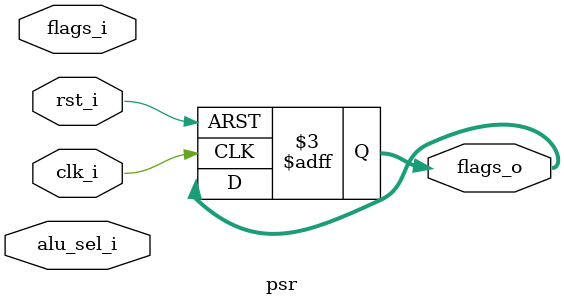
<source format=v>
/*
 * Program status register
 * FLCNZ for each bit [4:0]
 */

module psr
(
    input       rst_i,
    input       clk_i,
    input [5:0] alu_sel_i,
    input [4:0] flags_i,        //FLCNZ
    
    output reg [4:0] flags_o    //selected FLCNZ
);

`include "ALU_modes.vh"

always @(posedge rst_i or posedge clk_i) begin
    if (rst_i == 1'b1)
        flags_o <= 0;
    else begin
        /* TODO: write down codes for propagating flags */
    end
end

endmodule


</source>
